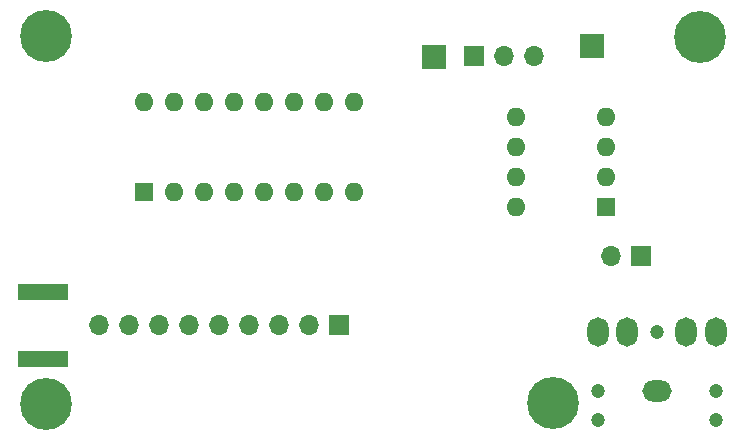
<source format=gbr>
%TF.GenerationSoftware,KiCad,Pcbnew,8.0.2-unknown-202405041935~ca16ff05df~ubuntu22.04.1*%
%TF.CreationDate,2024-05-05T07:49:21+05:30*%
%TF.ProjectId,BoB,426f422e-6b69-4636-9164-5f7063625858,rev?*%
%TF.SameCoordinates,Original*%
%TF.FileFunction,Soldermask,Bot*%
%TF.FilePolarity,Negative*%
%FSLAX46Y46*%
G04 Gerber Fmt 4.6, Leading zero omitted, Abs format (unit mm)*
G04 Created by KiCad (PCBNEW 8.0.2-unknown-202405041935~ca16ff05df~ubuntu22.04.1) date 2024-05-05 07:49:21*
%MOMM*%
%LPD*%
G01*
G04 APERTURE LIST*
%ADD10R,2.000000X2.000000*%
%ADD11R,1.700000X1.700000*%
%ADD12O,1.700000X1.700000*%
%ADD13C,4.400000*%
%ADD14R,4.200000X1.350000*%
%ADD15R,1.600000X1.600000*%
%ADD16O,1.600000X1.600000*%
%ADD17C,1.200000*%
%ADD18O,1.800000X2.500000*%
%ADD19O,2.500000X1.800000*%
G04 APERTURE END LIST*
D10*
%TO.C,TP1*%
X80460000Y-47660000D03*
%TD*%
D11*
%TO.C,RV1*%
X83900000Y-47590000D03*
D12*
X86440000Y-47590000D03*
X88980000Y-47590000D03*
%TD*%
D11*
%TO.C,J2*%
X98044000Y-64516000D03*
D12*
X95504000Y-64516000D03*
%TD*%
D13*
%TO.C,H2*%
X90600000Y-76984000D03*
%TD*%
%TO.C,H4*%
X47649274Y-77087274D03*
%TD*%
%TO.C,H1*%
X47649274Y-45892726D03*
%TD*%
D11*
%TO.C,JP1*%
X72438000Y-70380000D03*
D12*
X69898000Y-70380000D03*
X67358000Y-70380000D03*
X64818000Y-70380000D03*
X62278000Y-70380000D03*
X59738000Y-70380000D03*
X57198000Y-70380000D03*
X54658000Y-70380000D03*
X52118000Y-70380000D03*
%TD*%
D10*
%TO.C,TP2*%
X93878000Y-46712000D03*
%TD*%
D14*
%TO.C,J1*%
X47352000Y-67603000D03*
X47352000Y-73253000D03*
%TD*%
D13*
%TO.C,H3*%
X103046000Y-45996000D03*
%TD*%
D15*
%TO.C,U1*%
X55922000Y-59068000D03*
D16*
X58462000Y-59068000D03*
X61002000Y-59068000D03*
X63542000Y-59068000D03*
X66082000Y-59068000D03*
X68622000Y-59068000D03*
X71162000Y-59068000D03*
X73702000Y-59068000D03*
X73702000Y-51448000D03*
X71162000Y-51448000D03*
X68622000Y-51448000D03*
X66082000Y-51448000D03*
X63542000Y-51448000D03*
X61002000Y-51448000D03*
X58462000Y-51448000D03*
X55922000Y-51448000D03*
%TD*%
D17*
%TO.C,SPK1*%
X94362000Y-78420000D03*
X104362000Y-78420000D03*
X94362000Y-75920000D03*
X104362000Y-75920000D03*
X99362000Y-70920000D03*
D18*
X94362000Y-70920000D03*
X96862000Y-70920000D03*
D19*
X99362000Y-75920000D03*
D18*
X104362000Y-70920000D03*
X101862000Y-70920000D03*
%TD*%
D15*
%TO.C,U2*%
X95062000Y-60343000D03*
D16*
X95062000Y-57803000D03*
X95062000Y-55263000D03*
X95062000Y-52723000D03*
X87442000Y-52723000D03*
X87442000Y-55263000D03*
X87442000Y-57803000D03*
X87442000Y-60343000D03*
%TD*%
M02*

</source>
